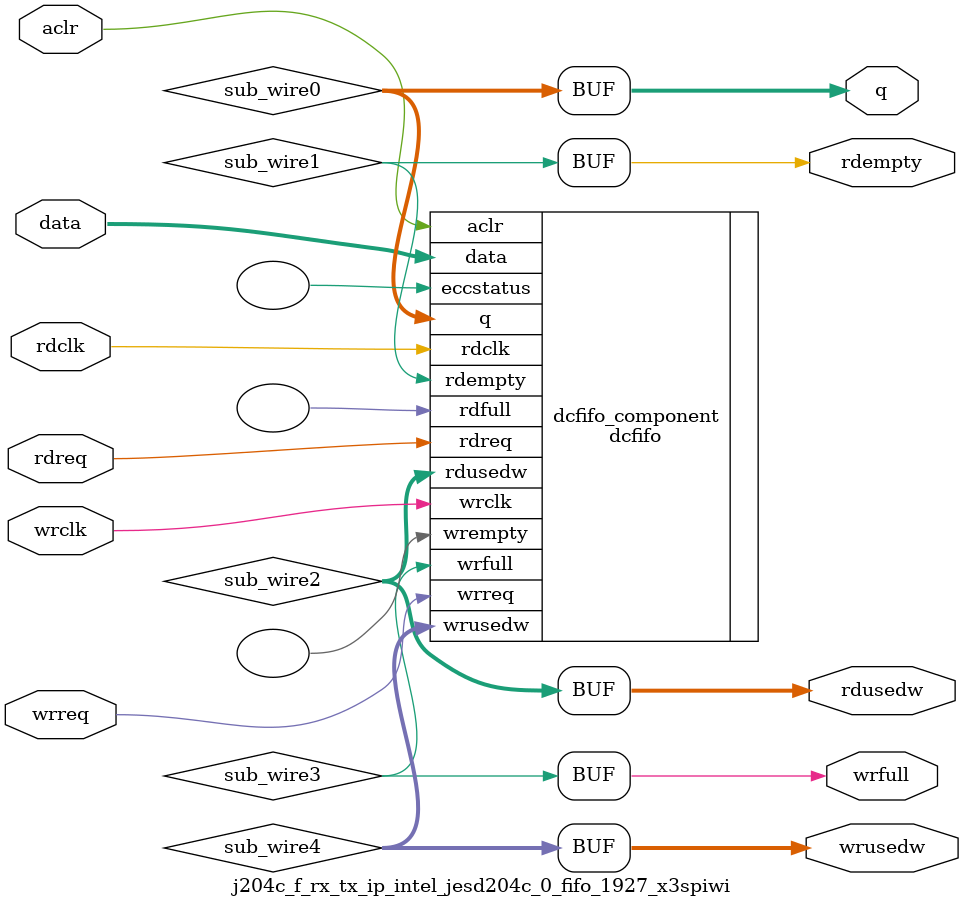
<source format=v>



`timescale 1 ps / 1 ps
// synopsys translate_on
module  j204c_f_rx_tx_ip_intel_jesd204c_0_fifo_1927_x3spiwi  (
    aclr,
    data,
    rdclk,
    rdreq,
    wrclk,
    wrreq,
    q,
    rdempty,
    rdusedw,
    wrfull,
    wrusedw);

    input    aclr;
    input  [131:0]  data;
    input    rdclk;
    input    rdreq;
    input    wrclk;
    input    wrreq;
    output [131:0]  q;
    output   rdempty;
    output [3:0]  rdusedw;
    output   wrfull;
    output [3:0]  wrusedw;
`ifndef ALTERA_RESERVED_QIS
// synopsys translate_off
`endif
    tri0     aclr;
`ifndef ALTERA_RESERVED_QIS
// synopsys translate_on
`endif

    wire [131:0] sub_wire0;
    wire  sub_wire1;
    wire [3:0] sub_wire2;
    wire  sub_wire3;
    wire [3:0] sub_wire4;
    wire [131:0] q = sub_wire0[131:0];
    wire  rdempty = sub_wire1;
    wire [3:0] rdusedw = sub_wire2[3:0];
    wire  wrfull = sub_wire3;
    wire [3:0] wrusedw = sub_wire4[3:0];

    dcfifo  dcfifo_component (
                .aclr (aclr),
                .data (data),
                .rdclk (rdclk),
                .rdreq (rdreq),
                .wrclk (wrclk),
                .wrreq (wrreq),
                .q (sub_wire0),
                .rdempty (sub_wire1),
                .rdusedw (sub_wire2),
                .wrfull (sub_wire3),
                .wrusedw (sub_wire4),
                .eccstatus (),
                .rdfull (),
                .wrempty ());
    defparam
        dcfifo_component.enable_ecc  = "FALSE",
        dcfifo_component.intended_device_family  = "Agilex 7",
        dcfifo_component.lpm_hint  = "RAM_BLOCK_TYPE=M20K,MAXIMUM_DEPTH=128,DISABLE_DCFIFO_EMBEDDED_TIMING_CONSTRAINT=TRUE",
        dcfifo_component.lpm_numwords  = 16,
        dcfifo_component.lpm_showahead  = "OFF",
        dcfifo_component.lpm_type  = "dcfifo",
        dcfifo_component.lpm_width  = 132,
        dcfifo_component.lpm_widthu  = 4,
        dcfifo_component.overflow_checking  = "ON",
        dcfifo_component.rdsync_delaypipe  = 4,
        dcfifo_component.read_aclr_synch  = "ON",
        dcfifo_component.underflow_checking  = "ON",
        dcfifo_component.use_eab  = "ON",
        dcfifo_component.write_aclr_synch  = "ON",
        dcfifo_component.wrsync_delaypipe  = 4;


endmodule



</source>
